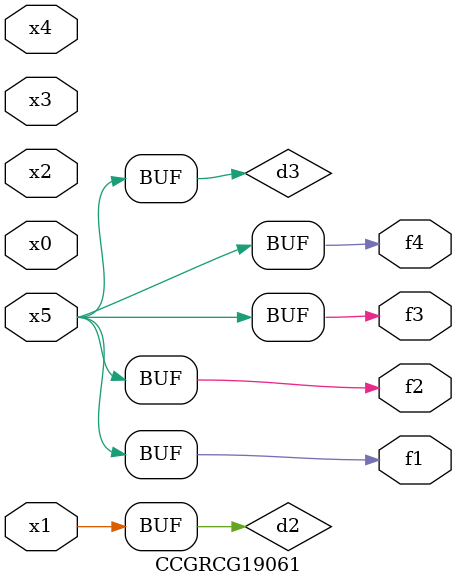
<source format=v>
module CCGRCG19061(
	input x0, x1, x2, x3, x4, x5,
	output f1, f2, f3, f4
);

	wire d1, d2, d3;

	not (d1, x5);
	or (d2, x1);
	xnor (d3, d1);
	assign f1 = d3;
	assign f2 = d3;
	assign f3 = d3;
	assign f4 = d3;
endmodule

</source>
